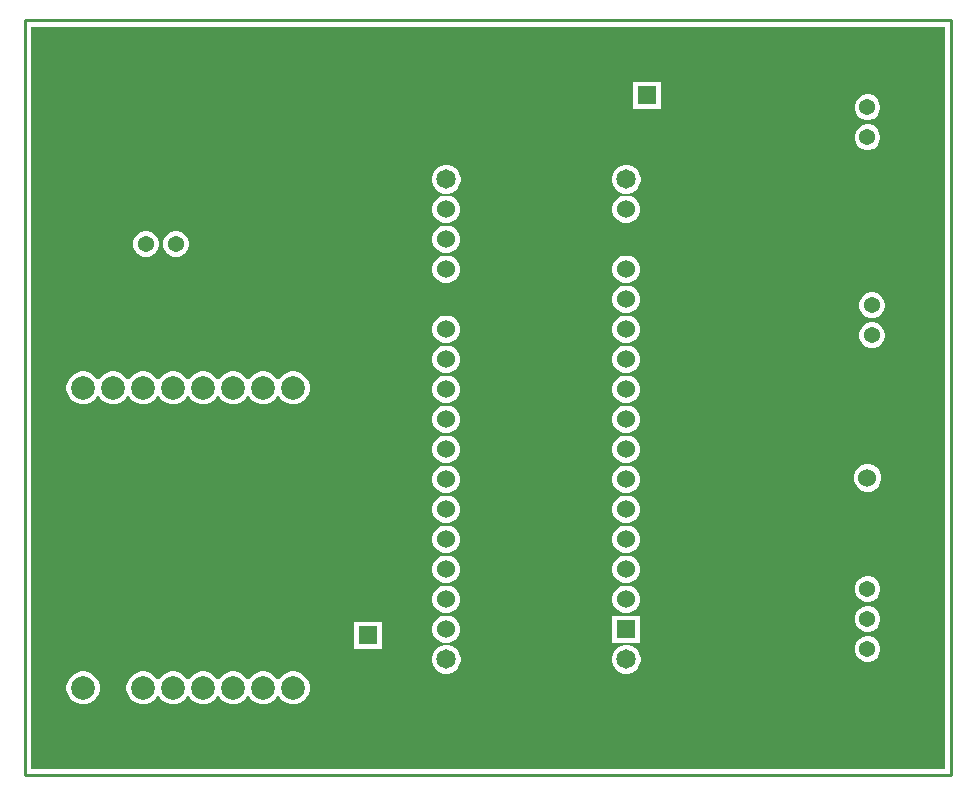
<source format=gbr>
%FSTAX23Y23*%
%MOIN*%
%SFA1B1*%

%IPPOS*%
%ADD10C,0.010000*%
%ADD11C,0.078740*%
%ADD12C,0.060236*%
%ADD13R,0.060236X0.060236*%
%ADD14R,0.053937X0.053937*%
%ADD15C,0.053937*%
%ADD16R,0.060236X0.060236*%
%ADD17R,0.053937X0.053937*%
%ADD18R,0.060000X0.060000*%
%ADD19C,0.060000*%
%ADD20C,0.065000*%
%LNpcb_copper_signal_top-1*%
%LPD*%
G36*
X03068Y00014D02*
X00021D01*
Y02487*
X03068*
Y00014*
G37*
%LNpcb_copper_signal_top-2*%
%LPC*%
G36*
X0212Y02304D02*
X02029D01*
Y02212*
X0212*
Y02304*
G37*
G36*
X02815Y02261D02*
X02804D01*
X02793Y02258*
X02783Y02252*
X02775Y02244*
X0277Y02234*
X02767Y02224*
Y02212*
X0277Y02201*
X02775Y02192*
X02783Y02184*
X02793Y02178*
X02804Y02175*
X02815*
X02826Y02178*
X02836Y02184*
X02844Y02192*
X02849Y02201*
X02852Y02212*
Y02224*
X02849Y02234*
X02844Y02244*
X02836Y02252*
X02826Y02258*
X02815Y02261*
G37*
G36*
Y02161D02*
X02804D01*
X02793Y02158*
X02783Y02152*
X02775Y02144*
X0277Y02134*
X02767Y02124*
Y02112*
X0277Y02101*
X02775Y02092*
X02783Y02084*
X02793Y02078*
X02804Y02075*
X02815*
X02826Y02078*
X02836Y02084*
X02844Y02092*
X02849Y02101*
X02852Y02112*
Y02124*
X02849Y02134*
X02844Y02144*
X02836Y02152*
X02826Y02158*
X02815Y02161*
G37*
G36*
X02011Y02026D02*
X01998D01*
X01986Y02023*
X01975Y02017*
X01966Y02008*
X0196Y01997*
X01956Y01984*
Y01972*
X0196Y01959*
X01966Y01948*
X01975Y01939*
X01986Y01933*
X01998Y0193*
X02011*
X02023Y01933*
X02034Y01939*
X02043Y01948*
X02049Y01959*
X02053Y01972*
Y01984*
X02049Y01997*
X02043Y02008*
X02034Y02017*
X02023Y02023*
X02011Y02026*
G37*
G36*
X01411D02*
X01398D01*
X01386Y02023*
X01375Y02017*
X01366Y02008*
X0136Y01997*
X01356Y01984*
Y01972*
X0136Y01959*
X01366Y01948*
X01375Y01939*
X01386Y01933*
X01398Y0193*
X01411*
X01423Y01933*
X01434Y01939*
X01443Y01948*
X01449Y01959*
X01453Y01972*
Y01984*
X01449Y01997*
X01443Y02008*
X01434Y02017*
X01423Y02023*
X01411Y02026*
G37*
G36*
X02011Y01924D02*
X01998D01*
X01987Y01921*
X01976Y01915*
X01968Y01906*
X01962Y01896*
X01959Y01884*
Y01872*
X01962Y0186*
X01968Y0185*
X01976Y01841*
X01987Y01835*
X01998Y01832*
X02011*
X02022Y01835*
X02033Y01841*
X02041Y0185*
X02047Y0186*
X0205Y01872*
Y01884*
X02047Y01896*
X02041Y01906*
X02033Y01915*
X02022Y01921*
X02011Y01924*
G37*
G36*
X01411D02*
X01398D01*
X01387Y01921*
X01376Y01915*
X01368Y01906*
X01362Y01896*
X01359Y01884*
Y01872*
X01362Y0186*
X01368Y0185*
X01376Y01841*
X01387Y01835*
X01398Y01832*
X01411*
X01422Y01835*
X01433Y01841*
X01441Y0185*
X01447Y0186*
X0145Y01872*
Y01884*
X01447Y01896*
X01441Y01906*
X01433Y01915*
X01422Y01921*
X01411Y01924*
G37*
G36*
Y01824D02*
X01398D01*
X01387Y01821*
X01376Y01815*
X01368Y01806*
X01362Y01796*
X01359Y01784*
Y01772*
X01362Y0176*
X01368Y0175*
X01376Y01741*
X01387Y01735*
X01398Y01732*
X01411*
X01422Y01735*
X01433Y01741*
X01441Y0175*
X01447Y0176*
X0145Y01772*
Y01784*
X01447Y01796*
X01441Y01806*
X01433Y01815*
X01422Y01821*
X01411Y01824*
G37*
G36*
X0051Y01806D02*
X00499D01*
X00488Y01803*
X00478Y01797*
X0047Y01789*
X00465Y01779*
X00462Y01769*
Y01757*
X00465Y01746*
X0047Y01737*
X00478Y01729*
X00488Y01723*
X00499Y0172*
X0051*
X00521Y01723*
X00531Y01729*
X00539Y01737*
X00544Y01746*
X00547Y01757*
Y01769*
X00544Y01779*
X00539Y01789*
X00531Y01797*
X00521Y01803*
X0051Y01806*
G37*
G36*
X0041D02*
X00399D01*
X00388Y01803*
X00378Y01797*
X0037Y01789*
X00365Y01779*
X00362Y01769*
Y01757*
X00365Y01746*
X0037Y01737*
X00378Y01729*
X00388Y01723*
X00399Y0172*
X0041*
X00421Y01723*
X00431Y01729*
X00439Y01737*
X00444Y01746*
X00447Y01757*
Y01769*
X00444Y01779*
X00439Y01789*
X00431Y01797*
X00421Y01803*
X0041Y01806*
G37*
G36*
X02011Y01724D02*
X01998D01*
X01987Y01721*
X01976Y01715*
X01968Y01706*
X01962Y01696*
X01959Y01684*
Y01672*
X01962Y0166*
X01968Y0165*
X01976Y01641*
X01987Y01635*
X01998Y01632*
X02011*
X02022Y01635*
X02033Y01641*
X02041Y0165*
X02047Y0166*
X0205Y01672*
Y01684*
X02047Y01696*
X02041Y01706*
X02033Y01715*
X02022Y01721*
X02011Y01724*
G37*
G36*
X01411D02*
X01398D01*
X01387Y01721*
X01376Y01715*
X01368Y01706*
X01362Y01696*
X01359Y01684*
Y01672*
X01362Y0166*
X01368Y0165*
X01376Y01641*
X01387Y01635*
X01398Y01632*
X01411*
X01422Y01635*
X01433Y01641*
X01441Y0165*
X01447Y0166*
X0145Y01672*
Y01684*
X01447Y01696*
X01441Y01706*
X01433Y01715*
X01422Y01721*
X01411Y01724*
G37*
G36*
X02011Y01624D02*
X01998D01*
X01987Y01621*
X01976Y01615*
X01968Y01606*
X01962Y01596*
X01959Y01584*
Y01572*
X01962Y0156*
X01968Y0155*
X01976Y01541*
X01987Y01535*
X01998Y01532*
X02011*
X02022Y01535*
X02033Y01541*
X02041Y0155*
X02047Y0156*
X0205Y01572*
Y01584*
X02047Y01596*
X02041Y01606*
X02033Y01615*
X02022Y01621*
X02011Y01624*
G37*
G36*
X0283Y01601D02*
X02819D01*
X02808Y01598*
X02798Y01592*
X0279Y01584*
X02785Y01574*
X02782Y01564*
Y01552*
X02785Y01541*
X0279Y01532*
X02798Y01524*
X02808Y01518*
X02819Y01515*
X0283*
X02841Y01518*
X02851Y01524*
X02859Y01532*
X02864Y01541*
X02867Y01552*
Y01564*
X02864Y01574*
X02859Y01584*
X02851Y01592*
X02841Y01598*
X0283Y01601*
G37*
G36*
X02011Y01524D02*
X01998D01*
X01987Y01521*
X01976Y01515*
X01968Y01506*
X01962Y01496*
X01959Y01484*
Y01472*
X01962Y0146*
X01968Y0145*
X01976Y01441*
X01987Y01435*
X01998Y01432*
X02011*
X02022Y01435*
X02033Y01441*
X02041Y0145*
X02047Y0146*
X0205Y01472*
Y01484*
X02047Y01496*
X02041Y01506*
X02033Y01515*
X02022Y01521*
X02011Y01524*
G37*
G36*
X01411D02*
X01398D01*
X01387Y01521*
X01376Y01515*
X01368Y01506*
X01362Y01496*
X01359Y01484*
Y01472*
X01362Y0146*
X01368Y0145*
X01376Y01441*
X01387Y01435*
X01398Y01432*
X01411*
X01422Y01435*
X01433Y01441*
X01441Y0145*
X01447Y0146*
X0145Y01472*
Y01484*
X01447Y01496*
X01441Y01506*
X01433Y01515*
X01422Y01521*
X01411Y01524*
G37*
G36*
X0283Y01501D02*
X02819D01*
X02808Y01498*
X02798Y01492*
X0279Y01484*
X02785Y01474*
X02782Y01464*
Y01452*
X02785Y01441*
X0279Y01432*
X02798Y01424*
X02808Y01418*
X02819Y01415*
X0283*
X02841Y01418*
X02851Y01424*
X02859Y01432*
X02864Y01441*
X02867Y01452*
Y01464*
X02864Y01474*
X02859Y01484*
X02851Y01492*
X02841Y01498*
X0283Y01501*
G37*
G36*
X02011Y01424D02*
X01998D01*
X01987Y01421*
X01976Y01415*
X01968Y01406*
X01962Y01396*
X01959Y01384*
Y01372*
X01962Y0136*
X01968Y0135*
X01976Y01341*
X01987Y01335*
X01998Y01332*
X02011*
X02022Y01335*
X02033Y01341*
X02041Y0135*
X02047Y0136*
X0205Y01372*
Y01384*
X02047Y01396*
X02041Y01406*
X02033Y01415*
X02022Y01421*
X02011Y01424*
G37*
G36*
X01411D02*
X01398D01*
X01387Y01421*
X01376Y01415*
X01368Y01406*
X01362Y01396*
X01359Y01384*
Y01372*
X01362Y0136*
X01368Y0135*
X01376Y01341*
X01387Y01335*
X01398Y01332*
X01411*
X01422Y01335*
X01433Y01341*
X01441Y0135*
X01447Y0136*
X0145Y01372*
Y01384*
X01447Y01396*
X01441Y01406*
X01433Y01415*
X01422Y01421*
X01411Y01424*
G37*
G36*
X00902Y01338D02*
X00887D01*
X00873Y01334*
X00861Y01327*
X0085Y01317*
X00847Y01311*
X00842*
X00839Y01317*
X00828Y01327*
X00816Y01334*
X00802Y01338*
X00787*
X00773Y01334*
X00761Y01327*
X0075Y01317*
X00747Y01311*
X00742*
X00739Y01317*
X00728Y01327*
X00716Y01334*
X00702Y01338*
X00687*
X00673Y01334*
X00661Y01327*
X0065Y01317*
X00647Y01311*
X00642*
X00639Y01317*
X00628Y01327*
X00616Y01334*
X00602Y01338*
X00587*
X00573Y01334*
X00561Y01327*
X0055Y01317*
X00547Y01311*
X00542*
X00539Y01317*
X00528Y01327*
X00516Y01334*
X00502Y01338*
X00487*
X00473Y01334*
X00461Y01327*
X0045Y01317*
X00447Y01311*
X00442*
X00439Y01317*
X00428Y01327*
X00416Y01334*
X00402Y01338*
X00387*
X00373Y01334*
X00361Y01327*
X0035Y01317*
X00347Y01311*
X00342*
X00339Y01317*
X00328Y01327*
X00316Y01334*
X00302Y01338*
X00287*
X00273Y01334*
X00261Y01327*
X0025Y01317*
X00247Y01311*
X00242*
X00239Y01317*
X00228Y01327*
X00216Y01334*
X00202Y01338*
X00187*
X00173Y01334*
X00161Y01327*
X0015Y01317*
X00143Y01304*
X00139Y0129*
Y01276*
X00143Y01262*
X0015Y01249*
X00161Y01239*
X00173Y01232*
X00187Y01228*
X00202*
X00216Y01232*
X00228Y01239*
X00239Y01249*
X00242Y01255*
X00247*
X0025Y01249*
X00261Y01239*
X00273Y01232*
X00287Y01228*
X00302*
X00316Y01232*
X00328Y01239*
X00339Y01249*
X00342Y01255*
X00347*
X0035Y01249*
X00361Y01239*
X00373Y01232*
X00387Y01228*
X00402*
X00416Y01232*
X00428Y01239*
X00439Y01249*
X00442Y01255*
X00447*
X0045Y01249*
X00461Y01239*
X00473Y01232*
X00487Y01228*
X00502*
X00516Y01232*
X00528Y01239*
X00539Y01249*
X00542Y01255*
X00547*
X0055Y01249*
X00561Y01239*
X00573Y01232*
X00587Y01228*
X00602*
X00616Y01232*
X00628Y01239*
X00639Y01249*
X00642Y01255*
X00647*
X0065Y01249*
X00661Y01239*
X00673Y01232*
X00687Y01228*
X00702*
X00716Y01232*
X00728Y01239*
X00739Y01249*
X00742Y01255*
X00747*
X0075Y01249*
X00761Y01239*
X00773Y01232*
X00787Y01228*
X00802*
X00816Y01232*
X00828Y01239*
X00839Y01249*
X00842Y01255*
X00847*
X0085Y01249*
X00861Y01239*
X00873Y01232*
X00887Y01228*
X00902*
X00916Y01232*
X00928Y01239*
X00939Y01249*
X00946Y01262*
X0095Y01276*
Y0129*
X00946Y01304*
X00939Y01317*
X00928Y01327*
X00916Y01334*
X00902Y01338*
G37*
G36*
X02011Y01324D02*
X01998D01*
X01987Y01321*
X01976Y01315*
X01968Y01306*
X01962Y01296*
X01959Y01284*
Y01272*
X01962Y0126*
X01968Y0125*
X01976Y01241*
X01987Y01235*
X01998Y01232*
X02011*
X02022Y01235*
X02033Y01241*
X02041Y0125*
X02047Y0126*
X0205Y01272*
Y01284*
X02047Y01296*
X02041Y01306*
X02033Y01315*
X02022Y01321*
X02011Y01324*
G37*
G36*
X01411D02*
X01398D01*
X01387Y01321*
X01376Y01315*
X01368Y01306*
X01362Y01296*
X01359Y01284*
Y01272*
X01362Y0126*
X01368Y0125*
X01376Y01241*
X01387Y01235*
X01398Y01232*
X01411*
X01422Y01235*
X01433Y01241*
X01441Y0125*
X01447Y0126*
X0145Y01272*
Y01284*
X01447Y01296*
X01441Y01306*
X01433Y01315*
X01422Y01321*
X01411Y01324*
G37*
G36*
X02011Y01224D02*
X01998D01*
X01987Y01221*
X01976Y01215*
X01968Y01206*
X01962Y01196*
X01959Y01184*
Y01172*
X01962Y0116*
X01968Y0115*
X01976Y01141*
X01987Y01135*
X01998Y01132*
X02011*
X02022Y01135*
X02033Y01141*
X02041Y0115*
X02047Y0116*
X0205Y01172*
Y01184*
X02047Y01196*
X02041Y01206*
X02033Y01215*
X02022Y01221*
X02011Y01224*
G37*
G36*
X01411D02*
X01398D01*
X01387Y01221*
X01376Y01215*
X01368Y01206*
X01362Y01196*
X01359Y01184*
Y01172*
X01362Y0116*
X01368Y0115*
X01376Y01141*
X01387Y01135*
X01398Y01132*
X01411*
X01422Y01135*
X01433Y01141*
X01441Y0115*
X01447Y0116*
X0145Y01172*
Y01184*
X01447Y01196*
X01441Y01206*
X01433Y01215*
X01422Y01221*
X01411Y01224*
G37*
G36*
X02011Y01124D02*
X01998D01*
X01987Y01121*
X01976Y01115*
X01968Y01106*
X01962Y01096*
X01959Y01084*
Y01072*
X01962Y0106*
X01968Y0105*
X01976Y01041*
X01987Y01035*
X01998Y01032*
X02011*
X02022Y01035*
X02033Y01041*
X02041Y0105*
X02047Y0106*
X0205Y01072*
Y01084*
X02047Y01096*
X02041Y01106*
X02033Y01115*
X02022Y01121*
X02011Y01124*
G37*
G36*
X01411D02*
X01398D01*
X01387Y01121*
X01376Y01115*
X01368Y01106*
X01362Y01096*
X01359Y01084*
Y01072*
X01362Y0106*
X01368Y0105*
X01376Y01041*
X01387Y01035*
X01398Y01032*
X01411*
X01422Y01035*
X01433Y01041*
X01441Y0105*
X01447Y0106*
X0145Y01072*
Y01084*
X01447Y01096*
X01441Y01106*
X01433Y01115*
X01422Y01121*
X01411Y01124*
G37*
G36*
X02816Y01029D02*
X02803D01*
X02792Y01026*
X02781Y0102*
X02773Y01011*
X02767Y01001*
X02764Y00989*
Y00977*
X02767Y00965*
X02773Y00955*
X02781Y00946*
X02792Y0094*
X02803Y00937*
X02816*
X02827Y0094*
X02838Y00946*
X02846Y00955*
X02852Y00965*
X02855Y00977*
Y00989*
X02852Y01001*
X02846Y01011*
X02838Y0102*
X02827Y01026*
X02816Y01029*
G37*
G36*
X02011Y01024D02*
X01998D01*
X01987Y01021*
X01976Y01015*
X01968Y01006*
X01962Y00996*
X01959Y00984*
Y00972*
X01962Y0096*
X01968Y0095*
X01976Y00941*
X01987Y00935*
X01998Y00932*
X02011*
X02022Y00935*
X02033Y00941*
X02041Y0095*
X02047Y0096*
X0205Y00972*
Y00984*
X02047Y00996*
X02041Y01006*
X02033Y01015*
X02022Y01021*
X02011Y01024*
G37*
G36*
X01411D02*
X01398D01*
X01387Y01021*
X01376Y01015*
X01368Y01006*
X01362Y00996*
X01359Y00984*
Y00972*
X01362Y0096*
X01368Y0095*
X01376Y00941*
X01387Y00935*
X01398Y00932*
X01411*
X01422Y00935*
X01433Y00941*
X01441Y0095*
X01447Y0096*
X0145Y00972*
Y00984*
X01447Y00996*
X01441Y01006*
X01433Y01015*
X01422Y01021*
X01411Y01024*
G37*
G36*
X02011Y00924D02*
X01998D01*
X01987Y00921*
X01976Y00915*
X01968Y00906*
X01962Y00896*
X01959Y00884*
Y00872*
X01962Y0086*
X01968Y0085*
X01976Y00841*
X01987Y00835*
X01998Y00832*
X02011*
X02022Y00835*
X02033Y00841*
X02041Y0085*
X02047Y0086*
X0205Y00872*
Y00884*
X02047Y00896*
X02041Y00906*
X02033Y00915*
X02022Y00921*
X02011Y00924*
G37*
G36*
X01411D02*
X01398D01*
X01387Y00921*
X01376Y00915*
X01368Y00906*
X01362Y00896*
X01359Y00884*
Y00872*
X01362Y0086*
X01368Y0085*
X01376Y00841*
X01387Y00835*
X01398Y00832*
X01411*
X01422Y00835*
X01433Y00841*
X01441Y0085*
X01447Y0086*
X0145Y00872*
Y00884*
X01447Y00896*
X01441Y00906*
X01433Y00915*
X01422Y00921*
X01411Y00924*
G37*
G36*
X02011Y00824D02*
X01998D01*
X01987Y00821*
X01976Y00815*
X01968Y00806*
X01962Y00796*
X01959Y00784*
Y00772*
X01962Y0076*
X01968Y0075*
X01976Y00741*
X01987Y00735*
X01998Y00732*
X02011*
X02022Y00735*
X02033Y00741*
X02041Y0075*
X02047Y0076*
X0205Y00772*
Y00784*
X02047Y00796*
X02041Y00806*
X02033Y00815*
X02022Y00821*
X02011Y00824*
G37*
G36*
X01411D02*
X01398D01*
X01387Y00821*
X01376Y00815*
X01368Y00806*
X01362Y00796*
X01359Y00784*
Y00772*
X01362Y0076*
X01368Y0075*
X01376Y00741*
X01387Y00735*
X01398Y00732*
X01411*
X01422Y00735*
X01433Y00741*
X01441Y0075*
X01447Y0076*
X0145Y00772*
Y00784*
X01447Y00796*
X01441Y00806*
X01433Y00815*
X01422Y00821*
X01411Y00824*
G37*
G36*
X02011Y00724D02*
X01998D01*
X01987Y00721*
X01976Y00715*
X01968Y00706*
X01962Y00696*
X01959Y00684*
Y00672*
X01962Y0066*
X01968Y0065*
X01976Y00641*
X01987Y00635*
X01998Y00632*
X02011*
X02022Y00635*
X02033Y00641*
X02041Y0065*
X02047Y0066*
X0205Y00672*
Y00684*
X02047Y00696*
X02041Y00706*
X02033Y00715*
X02022Y00721*
X02011Y00724*
G37*
G36*
X01411D02*
X01398D01*
X01387Y00721*
X01376Y00715*
X01368Y00706*
X01362Y00696*
X01359Y00684*
Y00672*
X01362Y0066*
X01368Y0065*
X01376Y00641*
X01387Y00635*
X01398Y00632*
X01411*
X01422Y00635*
X01433Y00641*
X01441Y0065*
X01447Y0066*
X0145Y00672*
Y00684*
X01447Y00696*
X01441Y00706*
X01433Y00715*
X01422Y00721*
X01411Y00724*
G37*
G36*
X02815Y00656D02*
X02804D01*
X02793Y00653*
X02783Y00647*
X02775Y00639*
X0277Y00629*
X02767Y00619*
Y00607*
X0277Y00596*
X02775Y00587*
X02783Y00579*
X02793Y00573*
X02804Y0057*
X02815*
X02826Y00573*
X02836Y00579*
X02844Y00587*
X02849Y00596*
X02852Y00607*
Y00619*
X02849Y00629*
X02844Y00639*
X02836Y00647*
X02826Y00653*
X02815Y00656*
G37*
G36*
X02011Y00624D02*
X01998D01*
X01987Y00621*
X01976Y00615*
X01968Y00606*
X01962Y00596*
X01959Y00584*
Y00572*
X01962Y0056*
X01968Y0055*
X01976Y00541*
X01987Y00535*
X01998Y00532*
X02011*
X02022Y00535*
X02033Y00541*
X02041Y0055*
X02047Y0056*
X0205Y00572*
Y00584*
X02047Y00596*
X02041Y00606*
X02033Y00615*
X02022Y00621*
X02011Y00624*
G37*
G36*
X01411D02*
X01398D01*
X01387Y00621*
X01376Y00615*
X01368Y00606*
X01362Y00596*
X01359Y00584*
Y00572*
X01362Y0056*
X01368Y0055*
X01376Y00541*
X01387Y00535*
X01398Y00532*
X01411*
X01422Y00535*
X01433Y00541*
X01441Y0055*
X01447Y0056*
X0145Y00572*
Y00584*
X01447Y00596*
X01441Y00606*
X01433Y00615*
X01422Y00621*
X01411Y00624*
G37*
G36*
X02815Y00556D02*
X02804D01*
X02793Y00553*
X02783Y00547*
X02775Y00539*
X0277Y00529*
X02767Y00519*
Y00507*
X0277Y00496*
X02775Y00487*
X02783Y00479*
X02793Y00473*
X02804Y0047*
X02815*
X02826Y00473*
X02836Y00479*
X02844Y00487*
X02849Y00496*
X02852Y00507*
Y00519*
X02849Y00529*
X02844Y00539*
X02836Y00547*
X02826Y00553*
X02815Y00556*
G37*
G36*
X0205Y00524D02*
X01959D01*
Y00432*
X0205*
Y00524*
G37*
G36*
X01411D02*
X01398D01*
X01387Y00521*
X01376Y00515*
X01368Y00506*
X01362Y00496*
X01359Y00484*
Y00472*
X01362Y0046*
X01368Y0045*
X01376Y00441*
X01387Y00435*
X01398Y00432*
X01411*
X01422Y00435*
X01433Y00441*
X01441Y0045*
X01447Y0046*
X0145Y00472*
Y00484*
X01447Y00496*
X01441Y00506*
X01433Y00515*
X01422Y00521*
X01411Y00524*
G37*
G36*
X0119Y00504D02*
X01099D01*
Y00412*
X0119*
Y00504*
G37*
G36*
X02815Y00456D02*
X02804D01*
X02793Y00453*
X02783Y00447*
X02775Y00439*
X0277Y00429*
X02767Y00419*
Y00407*
X0277Y00396*
X02775Y00387*
X02783Y00379*
X02793Y00373*
X02804Y0037*
X02815*
X02826Y00373*
X02836Y00379*
X02844Y00387*
X02849Y00396*
X02852Y00407*
Y00419*
X02849Y00429*
X02844Y00439*
X02836Y00447*
X02826Y00453*
X02815Y00456*
G37*
G36*
X02011Y00426D02*
X01998D01*
X01986Y00423*
X01975Y00417*
X01966Y00408*
X0196Y00397*
X01956Y00384*
Y00372*
X0196Y00359*
X01966Y00348*
X01975Y00339*
X01986Y00333*
X01998Y0033*
X02011*
X02023Y00333*
X02034Y00339*
X02043Y00348*
X02049Y00359*
X02053Y00372*
Y00384*
X02049Y00397*
X02043Y00408*
X02034Y00417*
X02023Y00423*
X02011Y00426*
G37*
G36*
X01411D02*
X01398D01*
X01386Y00423*
X01375Y00417*
X01366Y00408*
X0136Y00397*
X01356Y00384*
Y00372*
X0136Y00359*
X01366Y00348*
X01375Y00339*
X01386Y00333*
X01398Y0033*
X01411*
X01423Y00333*
X01434Y00339*
X01443Y00348*
X01449Y00359*
X01453Y00372*
Y00384*
X01449Y00397*
X01443Y00408*
X01434Y00417*
X01423Y00423*
X01411Y00426*
G37*
G36*
X00902Y00338D02*
X00887D01*
X00873Y00334*
X00861Y00327*
X0085Y00317*
X00847Y00311*
X00842*
X00839Y00317*
X00828Y00327*
X00816Y00334*
X00802Y00338*
X00787*
X00773Y00334*
X00761Y00327*
X0075Y00317*
X00747Y00311*
X00742*
X00739Y00317*
X00728Y00327*
X00716Y00334*
X00702Y00338*
X00687*
X00673Y00334*
X00661Y00327*
X0065Y00317*
X00647Y00311*
X00642*
X00639Y00317*
X00628Y00327*
X00616Y00334*
X00602Y00338*
X00587*
X00573Y00334*
X00561Y00327*
X0055Y00317*
X00547Y00311*
X00542*
X00539Y00317*
X00528Y00327*
X00516Y00334*
X00502Y00338*
X00487*
X00473Y00334*
X00461Y00327*
X0045Y00317*
X00447Y00311*
X00442*
X00439Y00317*
X00428Y00327*
X00416Y00334*
X00402Y00338*
X00387*
X00373Y00334*
X00361Y00327*
X0035Y00317*
X00343Y00304*
X00339Y0029*
Y00276*
X00343Y00262*
X0035Y00249*
X00361Y00239*
X00373Y00232*
X00387Y00228*
X00402*
X00416Y00232*
X00428Y00239*
X00439Y00249*
X00442Y00255*
X00447*
X0045Y00249*
X00461Y00239*
X00473Y00232*
X00487Y00228*
X00502*
X00516Y00232*
X00528Y00239*
X00539Y00249*
X00542Y00255*
X00547*
X0055Y00249*
X00561Y00239*
X00573Y00232*
X00587Y00228*
X00602*
X00616Y00232*
X00628Y00239*
X00639Y00249*
X00642Y00255*
X00647*
X0065Y00249*
X00661Y00239*
X00673Y00232*
X00687Y00228*
X00702*
X00716Y00232*
X00728Y00239*
X00739Y00249*
X00742Y00255*
X00747*
X0075Y00249*
X00761Y00239*
X00773Y00232*
X00787Y00228*
X00802*
X00816Y00232*
X00828Y00239*
X00839Y00249*
X00842Y00255*
X00847*
X0085Y00249*
X00861Y00239*
X00873Y00232*
X00887Y00228*
X00902*
X00916Y00232*
X00928Y00239*
X00939Y00249*
X00946Y00262*
X0095Y00276*
Y0029*
X00946Y00304*
X00939Y00317*
X00928Y00327*
X00916Y00334*
X00902Y00338*
G37*
G36*
X00202D02*
X00187D01*
X00173Y00334*
X00161Y00327*
X0015Y00317*
X00143Y00304*
X00139Y0029*
Y00276*
X00143Y00262*
X0015Y00249*
X00161Y00239*
X00173Y00232*
X00187Y00228*
X00202*
X00216Y00232*
X00228Y00239*
X00239Y00249*
X00246Y00262*
X0025Y00276*
Y0029*
X00246Y00304*
X00239Y00317*
X00228Y00327*
X00216Y00334*
X00202Y00338*
G37*
%LNpcb_copper_signal_top-3*%
%LPD*%
G54D10*
X0Y-00006D02*
X03089D01*
X0Y02508D02*
X03089D01*
Y-00006D02*
Y02508D01*
X0Y-00006D02*
Y02508D01*
G54D11*
X00894Y01283D03*
X00194D03*
X00894Y00283D03*
X00194D03*
X00794Y01283D03*
X00694D03*
X00594D03*
X00494D03*
X00394D03*
X00294D03*
X00794Y00283D03*
X00694D03*
X00594D03*
X00494D03*
X00394D03*
X00294D03*
G54D12*
X02174Y02258D03*
X01144Y00558D03*
X02809Y00983D03*
G54D13*
X02074Y02258D03*
G54D14*
X00604Y01763D03*
G54D15*
X00504Y01763D03*
X00404D03*
X02809Y00613D03*
Y00513D03*
Y00413D03*
X02824Y01458D03*
Y01558D03*
X02809Y02118D03*
Y02218D03*
G54D16*
X01144Y00458D03*
X02809Y01083D03*
G54D17*
X02809Y00313D03*
X02824Y01658D03*
X02809Y02018D03*
G54D18*
X02004Y00478D03*
G54D19*
X02004Y00578D03*
Y00678D03*
Y00778D03*
Y00878D03*
Y00978D03*
Y01078D03*
Y01178D03*
Y01278D03*
Y01378D03*
Y01478D03*
Y01578D03*
Y01678D03*
Y01778D03*
Y01878D03*
X01404D03*
Y01778D03*
Y01678D03*
Y01578D03*
Y01478D03*
Y01378D03*
Y01278D03*
Y01178D03*
Y01078D03*
Y00978D03*
Y00878D03*
Y00778D03*
Y00678D03*
Y00578D03*
Y00478D03*
G54D20*
X02004Y00378D03*
X01404D03*
Y01978D03*
X02004D03*
M02*
</source>
